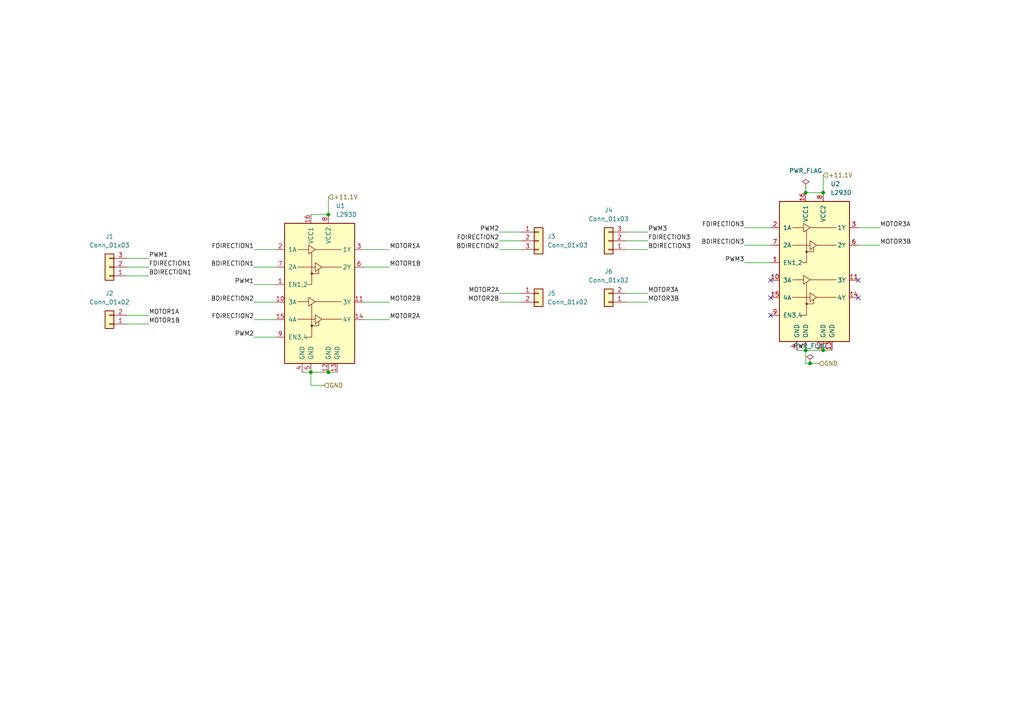
<source format=kicad_sch>
(kicad_sch (version 20250114) (generator "eeschema") (generator_version "9.0")
  (paper "A4")
  (title_block (title "Motor Driver + Powerboard") (date "2025-07-29") (rev "1.4") (company "Arnold Joseph C. Najera Jr"))
  (lib_symbols
    (symbol "Connector_Generic:Conn_01x02" (pin_names (offset 1.016) (hide yes))
      (property "Reference" "J" (at 0 2.54 0))
      (property "Value" "Conn_01x02" (at 0 -5.08 0))
      (symbol "Conn_01x02_1_1"
        (rectangle (start -1.27 1.27) (end 1.27 -3.81) (stroke (width 0.254)) (fill (type background)))
        (rectangle (start -1.27 0.127) (end 0 -0.127) (stroke (width 0.1524)))
        (rectangle (start -1.27 -2.413) (end 0 -2.667) (stroke (width 0.1524)))
        (pin passive line (at -5.08 0 0) (length 3.81) (name "Pin_1") (number "1"))
        (pin passive line (at -5.08 -2.54 0) (length 3.81) (name "Pin_2") (number "2"))
      )
    )
    (symbol "Connector_Generic:Conn_01x03" (pin_names (offset 1.016) (hide yes))
      (property "Reference" "J" (at 0 5.08 0))
      (property "Value" "Conn_01x03" (at 0 -5.08 0))
      (symbol "Conn_01x03_1_1"
        (rectangle (start -1.27 3.81) (end 1.27 -3.81) (stroke (width 0.254)) (fill (type background)))
        (rectangle (start -1.27 2.667) (end 0 2.413) (stroke (width 0.1524)))
        (rectangle (start -1.27 0.127) (end 0 -0.127) (stroke (width 0.1524)))
        (rectangle (start -1.27 -2.413) (end 0 -2.667) (stroke (width 0.1524)))
        (pin passive line (at -5.08 2.54 0) (length 3.81) (name "Pin_1") (number "1"))
        (pin passive line (at -5.08 0 0) (length 3.81) (name "Pin_2") (number "2"))
        (pin passive line (at -5.08 -2.54 0) (length 3.81) (name "Pin_3") (number "3"))
      )
    )
    (symbol "Driver_Motor:L293D" (pin_names (offset 1.016))
      (property "Reference" "U" (at -5.08 26.035 0))
      (property "Value" "L293D" (at -5.08 24.13 0))
      (symbol "L293D_0_1"
        (rectangle (start -10.16 22.86) (end 10.16 -17.78) (stroke (width 0.254)) (fill (type background)))
        (polyline (pts (xy -6.35 15.24) (xy -3.175 15.24)))
        (polyline (pts (xy -6.35 10.16) (xy -1.27 10.16)))
        (polyline (pts (xy -6.35 0.127) (xy -3.175 0.127)))
        (polyline (pts (xy -6.35 -4.953) (xy -1.27 -4.953)))
        (polyline (pts (xy -3.175 16.51) (xy -3.175 13.97) (xy -1.27 15.24) (xy -3.175 16.51)))
        (polyline (pts (xy -3.175 1.397) (xy -3.175 -1.143) (xy -1.27 0.127) (xy -3.175 1.397)))
        (polyline (pts (xy -2.286 14.478) (xy -2.286 5.08) (xy -3.556 5.08)))
        (circle (center -2.286 8.255) (radius 0.254) (fill (type outline)))
        (polyline (pts (xy -2.286 8.255) (xy -0.254 8.255) (xy -0.254 9.525)))
        (polyline (pts (xy -2.286 -0.635) (xy -2.286 -10.16) (xy -3.556 -10.16)))
        (circle (center -2.286 -6.858) (radius 0.254) (fill (type outline)))
        (polyline (pts (xy -2.286 -6.858) (xy -0.254 -6.858) (xy -0.254 -5.588)))
        (polyline (pts (xy -1.27 15.24) (xy 6.35 15.24)))
        (polyline (pts (xy -1.27 11.43) (xy -1.27 8.89) (xy 0.635 10.16) (xy -1.27 11.43)))
        (polyline (pts (xy -1.27 0.127) (xy 6.35 0.127)))
        (polyline (pts (xy -1.27 -3.683) (xy -1.27 -6.223) (xy 0.635 -4.953) (xy -1.27 -3.683)))
        (polyline (pts (xy 0.635 10.16) (xy 6.35 10.16)))
        (polyline (pts (xy 0.635 -4.953) (xy 6.35 -4.953)))
      )
      (symbol "L293D_1_1"
        (pin input line (at -12.7 15.24 0) (length 2.54) (name "1A") (number "2"))
        (pin input line (at -12.7 10.16 0) (length 2.54) (name "2A") (number "7"))
        (pin input line (at -12.7 5.08 0) (length 2.54) (name "EN1,2") (number "1"))
        (pin input line (at -12.7 0 0) (length 2.54) (name "3A") (number "10"))
        (pin input line (at -12.7 -5.08 0) (length 2.54) (name "4A") (number "15"))
        (pin input line (at -12.7 -10.16 0) (length 2.54) (name "EN3,4") (number "9"))
        (pin power_in line (at -5.08 -20.32 90) (length 2.54) (name "GND") (number "4"))
        (pin power_in line (at -2.54 25.4 270) (length 2.54) (name "VCC1") (number "16"))
        (pin power_in line (at -2.54 -20.32 90) (length 2.54) (name "GND") (number "5"))
        (pin power_in line (at 2.54 25.4 270) (length 2.54) (name "VCC2") (number "8"))
        (pin power_in line (at 2.54 -20.32 90) (length 2.54) (name "GND") (number "12"))
        (pin power_in line (at 5.08 -20.32 90) (length 2.54) (name "GND") (number "13"))
        (pin output line (at 12.7 15.24 180) (length 2.54) (name "1Y") (number "3"))
        (pin output line (at 12.7 10.16 180) (length 2.54) (name "2Y") (number "6"))
        (pin output line (at 12.7 0 180) (length 2.54) (name "3Y") (number "11"))
        (pin output line (at 12.7 -5.08 180) (length 2.54) (name "4Y") (number "14"))
      )
    )
    (symbol "power:PWR_FLAG" (power) (pin_numbers (hide yes)) (pin_names (offset 0) (hide yes))
      (property "Value" "PWR_FLAG" (at 0 3.81 0))
      (symbol "PWR_FLAG_0_0"
        (pin power_out line (at 0 0 90) (length 0) (name "~") (number "1"))
      )
      (symbol "PWR_FLAG_0_1"
        (polyline (pts (xy 0 0) (xy 0 1.27) (xy -1.016 1.905) (xy 0 2.54) (xy 1.016 1.905) (xy 0 1.27)))
      )
    )
  )
  (junction (at 90.17 107.95))
  (junction (at 233.68 101.6))
  (junction (at 238.76 101.6))
  (junction (at 95.25 62.23))
  (junction (at 234.95 105.41))
  (junction (at 233.68 55.88))
  (junction (at 95.25 107.95))
  (junction (at 238.76 55.88))
  (no_connect (at 223.52 86.36))
  (no_connect (at 223.52 81.28))
  (no_connect (at 248.92 81.28))
  (no_connect (at 223.52 91.44))
  (no_connect (at 248.92 86.36))
  (wire (pts (xy 73.66 72.39) (xy 80.01 72.39)))
  (wire (pts (xy 36.83 91.44) (xy 43.18 91.44)))
  (wire (pts (xy 181.61 67.31) (xy 187.96 67.31)))
  (wire (pts (xy 181.61 87.63) (xy 187.96 87.63)))
  (wire (pts (xy 144.78 72.39) (xy 151.13 72.39)))
  (wire (pts (xy 73.66 77.47) (xy 80.01 77.47)))
  (wire (pts (xy 87.63 107.95) (xy 90.17 107.95)))
  (wire (pts (xy 238.76 55.88) (xy 233.68 55.88)))
  (wire (pts (xy 105.41 92.71) (xy 113.03 92.71)))
  (wire (pts (xy 73.66 82.55) (xy 80.01 82.55)))
  (wire (pts (xy 90.17 111.76) (xy 93.98 111.76)))
  (wire (pts (xy 238.76 50.8) (xy 238.76 55.88)))
  (wire (pts (xy 36.83 93.98) (xy 43.18 93.98)))
  (wire (pts (xy 181.61 85.09) (xy 187.96 85.09)))
  (wire (pts (xy 181.61 72.39) (xy 187.96 72.39)))
  (wire (pts (xy 248.92 66.04) (xy 255.27 66.04)))
  (wire (pts (xy 233.68 101.6) (xy 233.68 105.41)))
  (wire (pts (xy 233.68 101.6) (xy 238.76 101.6)))
  (wire (pts (xy 73.66 87.63) (xy 80.01 87.63)))
  (wire (pts (xy 90.17 62.23) (xy 95.25 62.23)))
  (wire (pts (xy 95.25 57.15) (xy 95.25 62.23)))
  (wire (pts (xy 144.78 69.85) (xy 151.13 69.85)))
  (wire (pts (xy 233.68 54.61) (xy 233.68 55.88)))
  (wire (pts (xy 238.76 101.6) (xy 241.3 101.6)))
  (wire (pts (xy 73.66 92.71) (xy 80.01 92.71)))
  (wire (pts (xy 215.9 76.2) (xy 223.52 76.2)))
  (wire (pts (xy 181.61 69.85) (xy 187.96 69.85)))
  (wire (pts (xy 231.14 101.6) (xy 233.68 101.6)))
  (wire (pts (xy 95.25 107.95) (xy 97.79 107.95)))
  (wire (pts (xy 90.17 107.95) (xy 90.17 111.76)))
  (wire (pts (xy 215.9 66.04) (xy 223.52 66.04)))
  (wire (pts (xy 233.68 105.41) (xy 234.95 105.41)))
  (wire (pts (xy 248.92 71.12) (xy 255.27 71.12)))
  (wire (pts (xy 144.78 85.09) (xy 151.13 85.09)))
  (wire (pts (xy 36.83 77.47) (xy 43.18 77.47)))
  (wire (pts (xy 36.83 80.01) (xy 43.18 80.01)))
  (wire (pts (xy 90.17 107.95) (xy 95.25 107.95)))
  (wire (pts (xy 144.78 67.31) (xy 151.13 67.31)))
  (wire (pts (xy 234.95 105.41) (xy 237.49 105.41)))
  (wire (pts (xy 73.66 97.79) (xy 80.01 97.79)))
  (wire (pts (xy 144.78 87.63) (xy 151.13 87.63)))
  (wire (pts (xy 215.9 71.12) (xy 223.52 71.12)))
  (wire (pts (xy 105.41 72.39) (xy 113.03 72.39)))
  (wire (pts (xy 105.41 77.47) (xy 113.03 77.47)))
  (wire (pts (xy 105.41 87.63) (xy 113.03 87.63)))
  (wire (pts (xy 36.83 74.93) (xy 43.18 74.93)))
  (label "PWM2" (at 144.78 67.31 180))
  (label "FDIRECTION1" (at 73.66 72.39 180))
  (label "PWM2" (at 73.66 97.79 180))
  (label "MOTOR3B" (at 255.27 71.12 0))
  (label "FDIRECTION3" (at 187.96 69.85 0))
  (label "PWM3" (at 215.9 76.2 180))
  (label "FDIRECTION2" (at 73.66 92.71 180))
  (label "MOTOR2B" (at 144.78 87.63 180))
  (label "MOTOR1A" (at 43.18 91.44 0))
  (label "MOTOR3A" (at 187.96 85.09 0))
  (label "BDIRECTION3" (at 215.9 71.12 180))
  (label "PWM3" (at 187.96 67.31 0))
  (label "MOTOR1B" (at 113.03 77.47 0))
  (label "FDIRECTION3" (at 215.9 66.04 180))
  (label "MOTOR1B" (at 43.18 93.98 0))
  (label "MOTOR1A" (at 113.03 72.39 0))
  (label "BDIRECTION1" (at 43.18 80.01 0))
  (label "BDIRECTION2" (at 144.78 72.39 180))
  (label "BDIRECTION3" (at 187.96 72.39 0))
  (label "MOTOR2A" (at 113.03 92.71 0))
  (label "MOTOR2B" (at 113.03 87.63 0))
  (label "MOTOR3A" (at 255.27 66.04 0))
  (label "PWM1" (at 73.66 82.55 180))
  (label "MOTOR2A" (at 144.78 85.09 180))
  (label "MOTOR3B" (at 187.96 87.63 0))
  (label "PWM1" (at 43.18 74.93 0))
  (label "FDIRECTION2" (at 144.78 69.85 180))
  (label "FDIRECTION1" (at 43.18 77.47 0))
  (label "BDIRECTION1" (at 73.66 77.47 180))
  (label "BDIRECTION2" (at 73.66 87.63 180))
  (hierarchical_label "+11.1V" (shape input) (at 238.76 50.8 0))
  (hierarchical_label "+11.1V" (shape input) (at 95.25 57.15 0))
  (hierarchical_label "GND" (shape input) (at 93.98 111.76 0))
  (hierarchical_label "GND" (shape input) (at 237.49 105.41 0))
  (symbol (lib_id "Connector_Generic:Conn_01x02") (at 31.75 93.98 180) (unit 1)
    (property "Reference" "J2" (at 31.75 85.09 0))
    (property "Value" "Conn_01x02" (at 31.75 87.63 0))
    (property "Footprint" "Connector_PinSocket_2.54mm:PinSocket_1x02_P2.54mm_Vertical" (effects (hide yes)))
    (property "Description" "Generic connector, single row, 01x02, script generated (kicad-library-utils/schlib/autogen/connector/)" (effects (hide yes)))
  )
  (symbol (lib_id "Connector_Generic:Conn_01x02") (at 156.21 85.09 0) (unit 1)
    (property "Reference" "J5" (at 158.75 85.0899 0) (effects (justify left)))
    (property "Value" "Conn_01x02" (at 158.75 87.6299 0) (effects (justify left)))
    (property "Footprint" "Connector_PinSocket_2.54mm:PinSocket_1x02_P2.54mm_Vertical" (effects (hide yes)))
    (property "Description" "Generic connector, single row, 01x02, script generated (kicad-library-utils/schlib/autogen/connector/)" (effects (hide yes)))
  )
  (symbol (lib_id "Connector_Generic:Conn_01x03") (at 156.21 69.85 0) (unit 1)
    (property "Reference" "J3" (at 158.75 68.5799 0) (effects (justify left)))
    (property "Value" "Conn_01x03" (at 158.75 71.1199 0) (effects (justify left)))
    (property "Footprint" "Connector_PinSocket_2.54mm:PinSocket_1x03_P2.54mm_Vertical" (effects (hide yes)))
    (property "Description" "Generic connector, single row, 01x03, script generated (kicad-library-utils/schlib/autogen/connector/)" (effects (hide yes)))
  )
  (symbol (lib_id "Connector_Generic:Conn_01x03") (at 31.75 77.47 180) (unit 1)
    (property "Reference" "J1" (at 31.75 68.58 0))
    (property "Value" "Conn_01x03" (at 31.75 71.12 0))
    (property "Footprint" "Connector_PinSocket_2.54mm:PinSocket_1x03_P2.54mm_Vertical" (effects (hide yes)))
    (property "Description" "Generic connector, single row, 01x03, script generated (kicad-library-utils/schlib/autogen/connector/)" (effects (hide yes)))
  )
  (symbol (lib_id "Connector_Generic:Conn_01x02") (at 176.53 87.63 180) (unit 1)
    (property "Reference" "J6" (at 176.53 78.74 0))
    (property "Value" "Conn_01x02" (at 176.53 81.28 0))
    (property "Footprint" "Connector_PinSocket_2.54mm:PinSocket_1x02_P2.54mm_Vertical" (effects (hide yes)))
    (property "Description" "Generic connector, single row, 01x02, script generated (kicad-library-utils/schlib/autogen/connector/)" (effects (hide yes)))
  )
  (symbol (lib_id "Driver_Motor:L293D") (at 236.22 81.28 0) (unit 1)
    (property "Reference" "U2" (at 240.9033 53.34 0) (effects (justify left)))
    (property "Value" "L293D" (at 240.9033 55.88 0) (effects (justify left)))
    (property "Footprint" "Package_DIP:DIP-16_W7.62mm" (effects (hide yes)))
    (property "Datasheet" "http://www.ti.com/lit/ds/symlink/l293.pdf" (effects (hide yes)))
    (property "Description" "Quadruple Half-H Drivers" (effects (hide yes)))
  )
  (symbol (lib_id "Connector_Generic:Conn_01x03") (at 176.53 69.85 180) (unit 1)
    (property "Reference" "J4" (at 176.53 60.96 0))
    (property "Value" "Conn_01x03" (at 176.53 63.5 0))
    (property "Footprint" "Connector_PinSocket_2.54mm:PinSocket_1x03_P2.54mm_Vertical" (effects (hide yes)))
    (property "Description" "Generic connector, single row, 01x03, script generated (kicad-library-utils/schlib/autogen/connector/)" (effects (hide yes)))
  )
  (symbol (lib_id "power:PWR_FLAG") (at 233.68 54.61 0) (unit 1)
    (property "Reference" "#FLG01" (effects (hide yes)))
    (property "Value" "PWR_FLAG" (at 233.68 49.53 0))
    (property "Description" "Special symbol for telling ERC where power comes from" (effects (hide yes)))
  )
  (symbol (lib_id "power:PWR_FLAG") (at 234.95 105.41 0) (unit 1)
    (property "Reference" "#FLG02" (effects (hide yes)))
    (property "Value" "PWR_FLAG" (at 234.95 100.33 0))
    (property "Description" "Special symbol for telling ERC where power comes from" (effects (hide yes)))
  )
  (symbol (lib_id "Driver_Motor:L293D") (at 92.71 87.63 0) (unit 1)
    (property "Reference" "U1" (at 97.3933 59.69 0) (effects (justify left)))
    (property "Value" "L293D" (at 97.3933 62.23 0) (effects (justify left)))
    (property "Footprint" "Package_DIP:DIP-16_W7.62mm" (effects (hide yes)))
    (property "Datasheet" "http://www.ti.com/lit/ds/symlink/l293.pdf" (effects (hide yes)))
    (property "Description" "Quadruple Half-H Drivers" (effects (hide yes)))
  )
)
</source>
